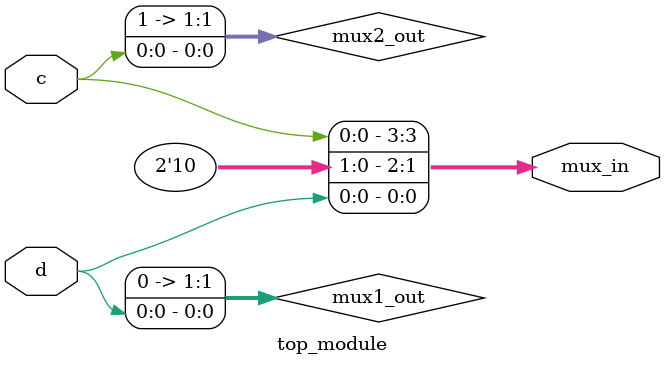
<source format=sv>
module top_module (
    input c,
    input d,
    output [3:0] mux_in
);

    wire [1:0] mux1_out, mux2_out;

    // 2-to-1 mux1
    assign mux1_out[0] = d;
    assign mux1_out[1] = 1'b0;

    // 2-to-1 mux2
    assign mux2_out[0] = c;
    assign mux2_out[1] = 1'b1;

    // 4-to-1 mux
    assign mux_in[0] = mux1_out[0];
    assign mux_in[1] = mux1_out[1];
    assign mux_in[2] = mux2_out[1];
    assign mux_in[3] = mux2_out[0];

endmodule

</source>
